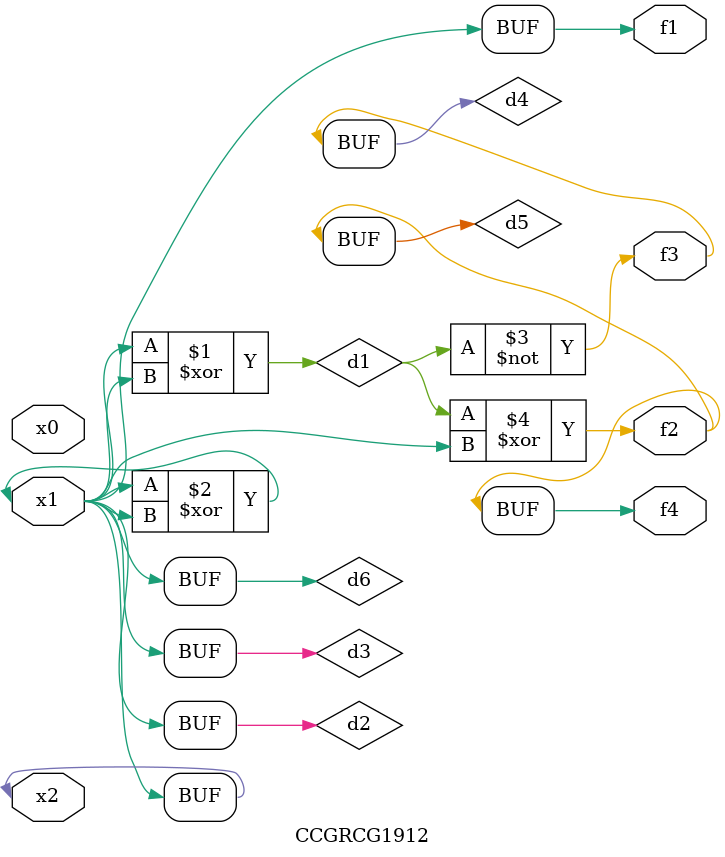
<source format=v>
module CCGRCG1912(
	input x0, x1, x2,
	output f1, f2, f3, f4
);

	wire d1, d2, d3, d4, d5, d6;

	xor (d1, x1, x2);
	buf (d2, x1, x2);
	xor (d3, x1, x2);
	nor (d4, d1);
	xor (d5, d1, d2);
	buf (d6, d2, d3);
	assign f1 = d6;
	assign f2 = d5;
	assign f3 = d4;
	assign f4 = d5;
endmodule

</source>
